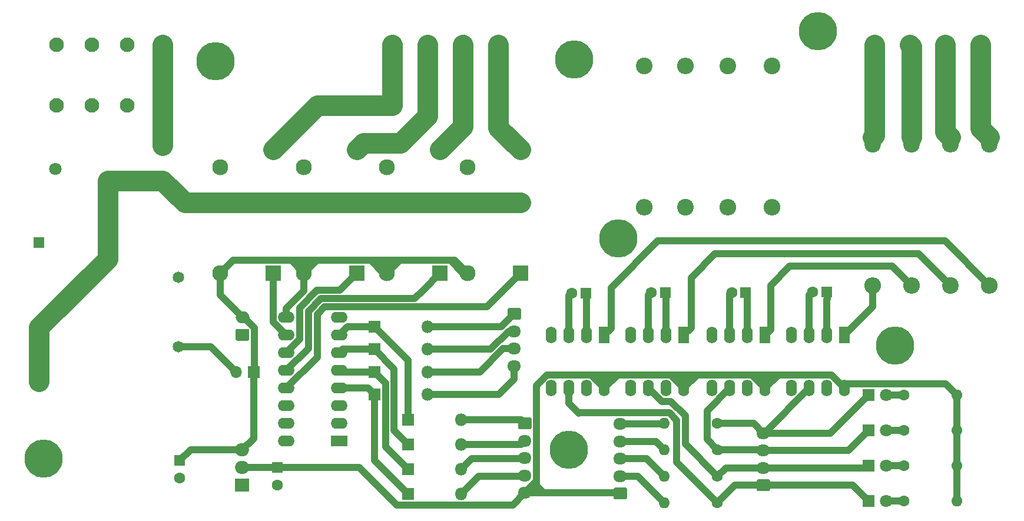
<source format=gtl>
G04 #@! TF.GenerationSoftware,KiCad,Pcbnew,(5.1.6)-1*
G04 #@! TF.CreationDate,2021-09-22T13:29:04+02:00*
G04 #@! TF.ProjectId,hamodule,68616d6f-6475-46c6-952e-6b696361645f,rev?*
G04 #@! TF.SameCoordinates,Original*
G04 #@! TF.FileFunction,Copper,L1,Top*
G04 #@! TF.FilePolarity,Positive*
%FSLAX46Y46*%
G04 Gerber Fmt 4.6, Leading zero omitted, Abs format (unit mm)*
G04 Created by KiCad (PCBNEW (5.1.6)-1) date 2021-09-22 13:29:04*
%MOMM*%
%LPD*%
G01*
G04 APERTURE LIST*
G04 #@! TA.AperFunction,ComponentPad*
%ADD10C,1.600000*%
G04 #@! TD*
G04 #@! TA.AperFunction,ComponentPad*
%ADD11R,1.600000X1.600000*%
G04 #@! TD*
G04 #@! TA.AperFunction,ComponentPad*
%ADD12O,1.700000X1.700000*%
G04 #@! TD*
G04 #@! TA.AperFunction,ComponentPad*
%ADD13R,1.700000X1.700000*%
G04 #@! TD*
G04 #@! TA.AperFunction,ComponentPad*
%ADD14C,5.500000*%
G04 #@! TD*
G04 #@! TA.AperFunction,ComponentPad*
%ADD15O,1.800000X1.800000*%
G04 #@! TD*
G04 #@! TA.AperFunction,ComponentPad*
%ADD16R,1.800000X1.800000*%
G04 #@! TD*
G04 #@! TA.AperFunction,ComponentPad*
%ADD17C,1.800000*%
G04 #@! TD*
G04 #@! TA.AperFunction,ComponentPad*
%ADD18C,2.100000*%
G04 #@! TD*
G04 #@! TA.AperFunction,ComponentPad*
%ADD19R,2.300000X2.300000*%
G04 #@! TD*
G04 #@! TA.AperFunction,ComponentPad*
%ADD20C,2.300000*%
G04 #@! TD*
G04 #@! TA.AperFunction,ComponentPad*
%ADD21O,2.400000X2.400000*%
G04 #@! TD*
G04 #@! TA.AperFunction,ComponentPad*
%ADD22C,2.400000*%
G04 #@! TD*
G04 #@! TA.AperFunction,ComponentPad*
%ADD23R,2.400000X1.600000*%
G04 #@! TD*
G04 #@! TA.AperFunction,ComponentPad*
%ADD24O,2.400000X1.600000*%
G04 #@! TD*
G04 #@! TA.AperFunction,ComponentPad*
%ADD25O,1.950000X1.700000*%
G04 #@! TD*
G04 #@! TA.AperFunction,ComponentPad*
%ADD26R,1.600000X2.400000*%
G04 #@! TD*
G04 #@! TA.AperFunction,ComponentPad*
%ADD27O,1.600000X2.400000*%
G04 #@! TD*
G04 #@! TA.AperFunction,ComponentPad*
%ADD28O,2.000000X1.905000*%
G04 #@! TD*
G04 #@! TA.AperFunction,ComponentPad*
%ADD29R,2.000000X1.905000*%
G04 #@! TD*
G04 #@! TA.AperFunction,ComponentPad*
%ADD30O,1.600000X1.600000*%
G04 #@! TD*
G04 #@! TA.AperFunction,ComponentPad*
%ADD31O,2.000000X1.700000*%
G04 #@! TD*
G04 #@! TA.AperFunction,ComponentPad*
%ADD32R,1.650000X1.650000*%
G04 #@! TD*
G04 #@! TA.AperFunction,ComponentPad*
%ADD33C,1.650000*%
G04 #@! TD*
G04 #@! TA.AperFunction,ComponentPad*
%ADD34C,2.000000*%
G04 #@! TD*
G04 #@! TA.AperFunction,Conductor*
%ADD35C,3.000000*%
G04 #@! TD*
G04 #@! TA.AperFunction,Conductor*
%ADD36C,1.000000*%
G04 #@! TD*
G04 APERTURE END LIST*
D10*
X137898120Y-54810660D03*
D11*
X139898120Y-54810660D03*
D10*
X126257300Y-54843680D03*
D11*
X128257300Y-54843680D03*
D10*
X114713000Y-54843680D03*
D11*
X116713000Y-54843680D03*
D10*
X103286560Y-54945280D03*
D11*
X105286560Y-54945280D03*
D12*
X54965600Y-66271140D03*
D13*
X57505600Y-66271140D03*
D14*
X109976920Y-47078900D03*
D10*
X60960000Y-82510000D03*
D11*
X60960000Y-80010000D03*
D10*
X46888400Y-81524480D03*
D11*
X46888400Y-79024480D03*
D15*
X87376000Y-83820000D03*
D16*
X79756000Y-83820000D03*
D15*
X87376000Y-80264000D03*
D16*
X79756000Y-80264000D03*
D15*
X87376000Y-76708000D03*
D16*
X79756000Y-76708000D03*
D15*
X87376000Y-73152000D03*
D16*
X79756000Y-73152000D03*
D15*
X82514000Y-59770000D03*
D16*
X74894000Y-59770000D03*
D15*
X82514000Y-63020000D03*
D16*
X74894000Y-63020000D03*
D15*
X82514000Y-66270000D03*
D16*
X74894000Y-66270000D03*
D15*
X82514000Y-69520000D03*
D16*
X74894000Y-69520000D03*
D17*
X36510000Y-38730000D03*
X29010000Y-37096670D03*
D18*
X44450000Y-27940000D03*
X44450000Y-19240000D03*
X39370000Y-27940000D03*
X39370000Y-19240000D03*
X34290000Y-27940000D03*
X34290000Y-19240000D03*
X29210000Y-27940000D03*
X29210000Y-19240000D03*
D14*
X52070000Y-21590000D03*
D19*
X84328000Y-52070000D03*
D20*
X84328000Y-41910000D03*
X84328000Y-34290000D03*
X76708000Y-36830000D03*
X76708000Y-52070000D03*
D21*
X132080000Y-42545000D03*
D22*
X132080000Y-22225000D03*
D21*
X125730000Y-42545000D03*
D22*
X125730000Y-22225000D03*
D23*
X69850000Y-76200000D03*
D24*
X62230000Y-58420000D03*
X69850000Y-73660000D03*
X62230000Y-60960000D03*
X69850000Y-71120000D03*
X62230000Y-63500000D03*
X69850000Y-68580000D03*
X62230000Y-66040000D03*
X69850000Y-66040000D03*
X62230000Y-68580000D03*
X69850000Y-63500000D03*
X62230000Y-71120000D03*
X69850000Y-60960000D03*
X62230000Y-73660000D03*
X69850000Y-58420000D03*
X62230000Y-76200000D03*
D25*
X94996000Y-65412000D03*
X94996000Y-62912000D03*
X94996000Y-60412000D03*
G04 #@! TA.AperFunction,ComponentPad*
G36*
G01*
X94271000Y-57062000D02*
X95721000Y-57062000D01*
G75*
G02*
X95971000Y-57312000I0J-250000D01*
G01*
X95971000Y-58512000D01*
G75*
G02*
X95721000Y-58762000I-250000J0D01*
G01*
X94271000Y-58762000D01*
G75*
G02*
X94021000Y-58512000I0J250000D01*
G01*
X94021000Y-57312000D01*
G75*
G02*
X94271000Y-57062000I250000J0D01*
G01*
G37*
G04 #@! TD.AperFunction*
X110236000Y-73740000D03*
X110236000Y-76240000D03*
X110236000Y-78740000D03*
X110236000Y-81240000D03*
G04 #@! TA.AperFunction,ComponentPad*
G36*
G01*
X110961000Y-84590000D02*
X109511000Y-84590000D01*
G75*
G02*
X109261000Y-84340000I0J250000D01*
G01*
X109261000Y-83140000D01*
G75*
G02*
X109511000Y-82890000I250000J0D01*
G01*
X110961000Y-82890000D01*
G75*
G02*
X111211000Y-83140000I0J-250000D01*
G01*
X111211000Y-84340000D01*
G75*
G02*
X110961000Y-84590000I-250000J0D01*
G01*
G37*
G04 #@! TD.AperFunction*
D26*
X119380000Y-60960000D03*
D27*
X111760000Y-68580000D03*
X116840000Y-60960000D03*
X114300000Y-68580000D03*
X114300000Y-60960000D03*
X116840000Y-68580000D03*
X111760000Y-60960000D03*
X119380000Y-68580000D03*
D26*
X142494000Y-60960000D03*
D27*
X134874000Y-68580000D03*
X139954000Y-60960000D03*
X137414000Y-68580000D03*
X137414000Y-60960000D03*
X139954000Y-68580000D03*
X134874000Y-60960000D03*
X142494000Y-68580000D03*
D26*
X131064000Y-60960000D03*
D27*
X123444000Y-68580000D03*
X128524000Y-60960000D03*
X125984000Y-68580000D03*
X125984000Y-60960000D03*
X128524000Y-68580000D03*
X123444000Y-60960000D03*
X131064000Y-68580000D03*
D26*
X107950000Y-60960000D03*
D27*
X100330000Y-68580000D03*
X105410000Y-60960000D03*
X102870000Y-68580000D03*
X102870000Y-60960000D03*
X105410000Y-68580000D03*
X100330000Y-60960000D03*
X107950000Y-68580000D03*
D28*
X55880000Y-77470000D03*
X55880000Y-80010000D03*
D29*
X55880000Y-82550000D03*
D30*
X158623000Y-84836000D03*
D10*
X151003000Y-84836000D03*
D30*
X158623000Y-79756000D03*
D10*
X151003000Y-79756000D03*
D30*
X158623000Y-74676000D03*
D10*
X151003000Y-74676000D03*
D30*
X116586000Y-85090000D03*
D10*
X124206000Y-85090000D03*
D30*
X116586000Y-81280000D03*
D10*
X124206000Y-81280000D03*
D30*
X116586000Y-77470000D03*
D10*
X124206000Y-77470000D03*
D30*
X116586000Y-73660000D03*
D10*
X124206000Y-73660000D03*
D30*
X158623000Y-69596000D03*
D10*
X151003000Y-69596000D03*
D25*
X96520000Y-83660000D03*
X96520000Y-81160000D03*
X96520000Y-78660000D03*
X96520000Y-76160000D03*
G04 #@! TA.AperFunction,ComponentPad*
G36*
G01*
X95795000Y-72810000D02*
X97245000Y-72810000D01*
G75*
G02*
X97495000Y-73060000I0J-250000D01*
G01*
X97495000Y-74260000D01*
G75*
G02*
X97245000Y-74510000I-250000J0D01*
G01*
X95795000Y-74510000D01*
G75*
G02*
X95545000Y-74260000I0J250000D01*
G01*
X95545000Y-73060000D01*
G75*
G02*
X95795000Y-72810000I250000J0D01*
G01*
G37*
G04 #@! TD.AperFunction*
D17*
X148463000Y-84836000D03*
D16*
X145923000Y-84836000D03*
D17*
X148463000Y-79756000D03*
D16*
X145923000Y-79756000D03*
D17*
X148463000Y-74676000D03*
D16*
X145923000Y-74676000D03*
D17*
X148463000Y-69596000D03*
D16*
X145923000Y-69596000D03*
D25*
X130810000Y-75050000D03*
X130810000Y-77550000D03*
X130810000Y-80050000D03*
G04 #@! TA.AperFunction,ComponentPad*
G36*
G01*
X131535000Y-83400000D02*
X130085000Y-83400000D01*
G75*
G02*
X129835000Y-83150000I0J250000D01*
G01*
X129835000Y-81950000D01*
G75*
G02*
X130085000Y-81700000I250000J0D01*
G01*
X131535000Y-81700000D01*
G75*
G02*
X131785000Y-81950000I0J-250000D01*
G01*
X131785000Y-83150000D01*
G75*
G02*
X131535000Y-83400000I-250000J0D01*
G01*
G37*
G04 #@! TD.AperFunction*
D31*
X55892700Y-58412380D03*
G04 #@! TA.AperFunction,ComponentPad*
G36*
G01*
X56642700Y-61762380D02*
X55142700Y-61762380D01*
G75*
G02*
X54892700Y-61512380I0J250000D01*
G01*
X54892700Y-60312380D01*
G75*
G02*
X55142700Y-60062380I250000J0D01*
G01*
X56642700Y-60062380D01*
G75*
G02*
X56892700Y-60312380I0J-250000D01*
G01*
X56892700Y-61512380D01*
G75*
G02*
X56642700Y-61762380I-250000J0D01*
G01*
G37*
G04 #@! TD.AperFunction*
D21*
X163322000Y-53848000D03*
D22*
X163322000Y-33528000D03*
D21*
X113665000Y-42545000D03*
D22*
X113665000Y-22225000D03*
D21*
X157734000Y-33528000D03*
D22*
X157734000Y-53848000D03*
D21*
X119634000Y-22225000D03*
D22*
X119634000Y-42545000D03*
D21*
X146558000Y-53848000D03*
D22*
X146558000Y-33528000D03*
D21*
X152146000Y-53848000D03*
D22*
X152146000Y-33528000D03*
D32*
X26670000Y-47625000D03*
D33*
X26670000Y-67625000D03*
X46670000Y-62625000D03*
X46670000Y-52625000D03*
D14*
X149720300Y-62489080D03*
X27305000Y-78740000D03*
X102870000Y-77470000D03*
X103632000Y-21336000D03*
X138684000Y-17272000D03*
D34*
X44450000Y-38735000D03*
X44450000Y-33655000D03*
D19*
X60325000Y-52070000D03*
D20*
X60325000Y-41910000D03*
X60325000Y-34290000D03*
X52705000Y-36830000D03*
X52705000Y-52070000D03*
D19*
X72390000Y-52070000D03*
D20*
X72390000Y-41910000D03*
X72390000Y-34290000D03*
X64770000Y-36830000D03*
X64770000Y-52070000D03*
D19*
X95885000Y-52070000D03*
D20*
X95885000Y-41910000D03*
X95885000Y-34290000D03*
X88265000Y-36830000D03*
X88265000Y-52070000D03*
D18*
X146812000Y-19240000D03*
X146812000Y-27940000D03*
X151892000Y-19240000D03*
X151892000Y-27940000D03*
X156972000Y-19240000D03*
X156972000Y-27940000D03*
X162052000Y-19240000D03*
X162052000Y-27940000D03*
X77470000Y-19240000D03*
X77470000Y-27940000D03*
X82550000Y-19240000D03*
X82550000Y-27940000D03*
X87630000Y-19240000D03*
X87630000Y-27940000D03*
X92710000Y-19240000D03*
X92710000Y-27940000D03*
D35*
X47625000Y-41910000D02*
X44450000Y-38735000D01*
X60325000Y-41910000D02*
X47625000Y-41910000D01*
X60325000Y-41910000D02*
X72390000Y-41910000D01*
X72390000Y-41910000D02*
X84328000Y-41910000D01*
X84328000Y-41910000D02*
X95885000Y-41910000D01*
X36515000Y-38735000D02*
X36510000Y-38730000D01*
X44450000Y-38735000D02*
X36515000Y-38735000D01*
X26670000Y-59891192D02*
X26670000Y-67625000D01*
X36510000Y-50051192D02*
X26670000Y-59891192D01*
X36510000Y-38730000D02*
X36510000Y-50051192D01*
D36*
X85779999Y-50219999D02*
X78050001Y-50219999D01*
X87630000Y-52070000D02*
X85779999Y-50219999D01*
X74349999Y-50219999D02*
X66620001Y-50219999D01*
X76200000Y-52070000D02*
X74349999Y-50219999D01*
X76200000Y-50800000D02*
X76780001Y-50219999D01*
X76780001Y-50219999D02*
X78050001Y-50219999D01*
X76200000Y-52070000D02*
X76200000Y-50800000D01*
X74349999Y-50219999D02*
X75619999Y-50219999D01*
X76200000Y-50800000D02*
X75619999Y-50219999D01*
X75619999Y-50219999D02*
X76780001Y-50219999D01*
X76200000Y-52070000D02*
X77470000Y-50800000D01*
X78050001Y-50219999D02*
X77470000Y-50800000D01*
X64770000Y-50800000D02*
X64189999Y-50219999D01*
X62919999Y-50219999D02*
X64189999Y-50219999D01*
X64770000Y-50800000D02*
X65350001Y-50219999D01*
X64189999Y-50219999D02*
X65350001Y-50219999D01*
X64770000Y-52070000D02*
X64770000Y-50800000D01*
X65350001Y-50219999D02*
X66620001Y-50219999D01*
X74857999Y-50219999D02*
X76708000Y-52070000D01*
X66620001Y-50219999D02*
X74857999Y-50219999D01*
X64770000Y-52070000D02*
X66620001Y-50219999D01*
X86414999Y-50219999D02*
X88265000Y-52070000D01*
X78558001Y-50219999D02*
X86414999Y-50219999D01*
X76708000Y-52070000D02*
X78558001Y-50219999D01*
X62919999Y-50219999D02*
X64770000Y-52070000D01*
X54555001Y-50219999D02*
X62919999Y-50219999D01*
X52705000Y-52070000D02*
X54555001Y-50219999D01*
X64770000Y-54610000D02*
X64770000Y-52070000D01*
X62230000Y-58420000D02*
X62230000Y-57150000D01*
X62230000Y-57150000D02*
X64770000Y-54610000D01*
X52705000Y-55224680D02*
X55892700Y-58412380D01*
X52705000Y-52070000D02*
X52705000Y-55224680D01*
X48442880Y-77470000D02*
X46888400Y-79024480D01*
X55880000Y-77470000D02*
X48442880Y-77470000D01*
X57592710Y-66184030D02*
X57505600Y-66271140D01*
X57592710Y-59918870D02*
X57592710Y-66184030D01*
X56086220Y-58412380D02*
X57592710Y-59918870D01*
X55892700Y-58412380D02*
X56086220Y-58412380D01*
X57505600Y-75844400D02*
X55880000Y-77470000D01*
X57505600Y-66271140D02*
X57505600Y-75844400D01*
X158623000Y-79756000D02*
X158623000Y-69596000D01*
X158623000Y-79756000D02*
X158623000Y-84836000D01*
X132964010Y-66679990D02*
X131064000Y-68580000D01*
X140593990Y-66679990D02*
X132964010Y-66679990D01*
X109850010Y-66679990D02*
X107950000Y-68580000D01*
X117461324Y-66679990D02*
X109850010Y-66679990D01*
X119361334Y-68580000D02*
X117461324Y-66679990D01*
X119380000Y-68580000D02*
X119361334Y-68580000D01*
X157022999Y-67995999D02*
X158623000Y-69596000D01*
X143078001Y-67995999D02*
X157022999Y-67995999D01*
X142494000Y-68580000D02*
X143078001Y-67995999D01*
X129163990Y-66679990D02*
X121280010Y-66679990D01*
X121280010Y-66679990D02*
X119380000Y-68580000D01*
X131064000Y-68580000D02*
X129163990Y-66679990D01*
X98195010Y-81984990D02*
X96520000Y-83660000D01*
X98195010Y-68193656D02*
X98195010Y-81984990D01*
X99708676Y-66679990D02*
X98195010Y-68193656D01*
X106049990Y-66679990D02*
X99708676Y-66679990D01*
X107950000Y-68580000D02*
X106049990Y-66679990D01*
X110156000Y-83660000D02*
X110236000Y-83740000D01*
X140593990Y-66679990D02*
X142494000Y-68580000D01*
X107950000Y-67319980D02*
X107310010Y-66679990D01*
X107950000Y-68580000D02*
X107950000Y-67319980D01*
X106049990Y-66679990D02*
X107310010Y-66679990D01*
X107950000Y-67310000D02*
X108580010Y-66679990D01*
X107950000Y-68580000D02*
X107950000Y-67310000D01*
X107310010Y-66679990D02*
X108580010Y-66679990D01*
X119380000Y-67319980D02*
X118740010Y-66679990D01*
X108580010Y-66679990D02*
X118740010Y-66679990D01*
X119380000Y-67319980D02*
X120019990Y-66679990D01*
X119380000Y-68580000D02*
X119380000Y-67319980D01*
X118740010Y-66679990D02*
X120019990Y-66679990D01*
X131064000Y-67564000D02*
X130179990Y-66679990D01*
X131064000Y-68580000D02*
X131064000Y-67564000D01*
X120019990Y-66679990D02*
X130179990Y-66679990D01*
X131064000Y-68326000D02*
X132080000Y-67310000D01*
X131064000Y-68326000D02*
X131064000Y-68580000D01*
X131064000Y-67065980D02*
X131449990Y-66679990D01*
X131064000Y-68580000D02*
X131064000Y-67065980D01*
X130179990Y-66679990D02*
X131449990Y-66679990D01*
X131449990Y-66679990D02*
X140593990Y-66679990D01*
X98195010Y-82635010D02*
X99220000Y-83660000D01*
X98195010Y-81984990D02*
X98195010Y-82635010D01*
X96520000Y-83660000D02*
X99220000Y-83660000D01*
X99220000Y-83660000D02*
X110156000Y-83660000D01*
X97170020Y-83660000D02*
X98195010Y-82635010D01*
X96520000Y-83660000D02*
X97170020Y-83660000D01*
X55880000Y-80010000D02*
X60960000Y-80010000D01*
X94759999Y-85420001D02*
X96520000Y-83660000D01*
X72695198Y-80010000D02*
X78105199Y-85420001D01*
X60960000Y-80010000D02*
X72695198Y-80010000D01*
X78105199Y-85420001D02*
X94759999Y-85420001D01*
D35*
X163322000Y-32512000D02*
X162052000Y-31242000D01*
X162052000Y-31242000D02*
X162052000Y-19240000D01*
X156972000Y-31750000D02*
X157734000Y-32512000D01*
X156972000Y-19240000D02*
X156972000Y-31750000D01*
X146812000Y-32258000D02*
X146558000Y-32512000D01*
X146812000Y-19240000D02*
X146812000Y-32258000D01*
X152146000Y-19494000D02*
X151892000Y-19240000D01*
X152146000Y-32512000D02*
X152146000Y-19494000D01*
X92710000Y-27940000D02*
X92710000Y-19240000D01*
X92710000Y-31115000D02*
X95885000Y-34290000D01*
X92710000Y-27940000D02*
X92710000Y-31115000D01*
X87630000Y-27940000D02*
X87630000Y-19240000D01*
X87630000Y-30988000D02*
X84328000Y-34290000D01*
X87630000Y-27940000D02*
X87630000Y-30988000D01*
X82550000Y-27940000D02*
X82550000Y-19240000D01*
X73300001Y-33379999D02*
X72390000Y-34290000D01*
X78594925Y-33379999D02*
X73300001Y-33379999D01*
X82550000Y-29424924D02*
X78594925Y-33379999D01*
X82550000Y-27940000D02*
X82550000Y-29424924D01*
X77470000Y-27940000D02*
X77470000Y-19240000D01*
X66675000Y-27940000D02*
X60325000Y-34290000D01*
X77470000Y-27940000D02*
X66675000Y-27940000D01*
D36*
X102870000Y-55261839D02*
X103186559Y-54945280D01*
X102870000Y-60960000D02*
X102870000Y-55261839D01*
X105410000Y-54968719D02*
X105386561Y-54945280D01*
X105410000Y-60960000D02*
X105410000Y-54968719D01*
X114300000Y-55156679D02*
X114612999Y-54843680D01*
X114300000Y-60960000D02*
X114300000Y-55156679D01*
X116840000Y-54870679D02*
X116813001Y-54843680D01*
X116840000Y-60960000D02*
X116840000Y-54870679D01*
X125984000Y-55016979D02*
X126157299Y-54843680D01*
X125984000Y-60960000D02*
X125984000Y-55016979D01*
X128524000Y-55010379D02*
X128357301Y-54843680D01*
X128524000Y-60960000D02*
X128524000Y-55010379D01*
X137414000Y-55194779D02*
X137798119Y-54810660D01*
X137414000Y-60960000D02*
X137414000Y-55194779D01*
X139998121Y-55818661D02*
X139998121Y-54810660D01*
X139954000Y-60960000D02*
X139954000Y-55862782D01*
X139954000Y-55862782D02*
X139998121Y-55818661D01*
X60329990Y-59059990D02*
X62230000Y-60960000D01*
X60329990Y-52700010D02*
X60329990Y-59059990D01*
X60960000Y-52070000D02*
X60329990Y-52700010D01*
X62230000Y-63500000D02*
X62230000Y-63481334D01*
X62230000Y-63481334D02*
X64130010Y-61581324D01*
X64130010Y-61581324D02*
X64130010Y-57018010D01*
X64130010Y-57018010D02*
X66628049Y-54519971D01*
X72390000Y-52070000D02*
X69940029Y-54519971D01*
X66628049Y-54519971D02*
X69940029Y-54519971D01*
X62230000Y-66040000D02*
X65385555Y-62884445D01*
X80678021Y-55719979D02*
X81915000Y-54483000D01*
X65385555Y-57550445D02*
X67216021Y-55719979D01*
X67216021Y-55719979D02*
X80678021Y-55719979D01*
X65385555Y-62884445D02*
X65385555Y-57550445D01*
X84328000Y-52070000D02*
X81915000Y-54483000D01*
X67713081Y-56919989D02*
X91035011Y-56919989D01*
X66653318Y-57979752D02*
X67713081Y-56919989D01*
X91035011Y-56919989D02*
X95885000Y-52070000D01*
X66653318Y-64156682D02*
X66653318Y-57979752D01*
X62230000Y-68580000D02*
X66653318Y-64156682D01*
D35*
X44450000Y-19240000D02*
X44450000Y-27940000D01*
X44450000Y-27940000D02*
X44450000Y-30480000D01*
X44450000Y-33655000D02*
X44450000Y-27940000D01*
D36*
X140469000Y-75050000D02*
X145923000Y-69596000D01*
X130810000Y-75050000D02*
X140469000Y-75050000D01*
X130944000Y-75050000D02*
X130810000Y-75050000D01*
X137414000Y-68580000D02*
X130944000Y-75050000D01*
X129420000Y-73660000D02*
X130810000Y-75050000D01*
X124206000Y-73660000D02*
X129420000Y-73660000D01*
X143049000Y-77550000D02*
X145923000Y-74676000D01*
X130810000Y-77550000D02*
X143049000Y-77550000D01*
X124460000Y-77724000D02*
X124206000Y-77470000D01*
X122705999Y-71858001D02*
X125984000Y-68580000D01*
X122705999Y-75969999D02*
X122705999Y-71858001D01*
X124206000Y-77470000D02*
X122705999Y-75969999D01*
X130730000Y-77470000D02*
X130810000Y-77550000D01*
X124206000Y-77470000D02*
X130730000Y-77470000D01*
X145883000Y-79796000D02*
X145923000Y-79756000D01*
X145629000Y-80050000D02*
X145923000Y-79756000D01*
X130810000Y-80050000D02*
X145629000Y-80050000D01*
X116200010Y-70480010D02*
X114300000Y-68580000D01*
X117461324Y-70480010D02*
X116200010Y-70480010D01*
X119564010Y-72582696D02*
X117461324Y-70480010D01*
X119564010Y-76638010D02*
X119564010Y-72582696D01*
X124206000Y-81280000D02*
X119564010Y-76638010D01*
X125436000Y-80050000D02*
X130810000Y-80050000D01*
X124206000Y-81280000D02*
X125436000Y-80050000D01*
X143637000Y-82550000D02*
X145923000Y-84836000D01*
X130810000Y-82550000D02*
X143637000Y-82550000D01*
X102870000Y-70780000D02*
X104279990Y-72189990D01*
X102870000Y-68580000D02*
X102870000Y-70780000D01*
X117306001Y-72159999D02*
X118364000Y-73217998D01*
X104279990Y-72189990D02*
X104309981Y-72159999D01*
X104309981Y-72159999D02*
X117306001Y-72159999D01*
X118364000Y-79248000D02*
X124206000Y-85090000D01*
X118364000Y-73217998D02*
X118364000Y-79248000D01*
X126746000Y-82550000D02*
X124206000Y-85090000D01*
X130810000Y-82550000D02*
X126746000Y-82550000D01*
X73954000Y-68580000D02*
X74894000Y-69520000D01*
X69850000Y-68580000D02*
X73954000Y-68580000D01*
X74894000Y-78958000D02*
X79756000Y-83820000D01*
X74894000Y-69520000D02*
X74894000Y-78958000D01*
X76494001Y-67870001D02*
X74894000Y-66270000D01*
X76494001Y-77002001D02*
X76494001Y-67870001D01*
X79756000Y-80264000D02*
X76494001Y-77002001D01*
X70080000Y-66270000D02*
X69850000Y-66040000D01*
X74894000Y-66270000D02*
X70080000Y-66270000D01*
X77694011Y-65820011D02*
X74894000Y-63020000D01*
X77694011Y-74646011D02*
X77694011Y-65820011D01*
X79756000Y-76708000D02*
X77694011Y-74646011D01*
X70330000Y-63020000D02*
X69850000Y-63500000D01*
X74894000Y-63020000D02*
X70330000Y-63020000D01*
X79756000Y-64632000D02*
X74894000Y-59770000D01*
X79756000Y-73152000D02*
X79756000Y-64632000D01*
X71040000Y-59770000D02*
X69850000Y-60960000D01*
X74894000Y-59770000D02*
X71040000Y-59770000D01*
X116506000Y-73740000D02*
X116586000Y-73660000D01*
X110236000Y-73740000D02*
X116506000Y-73740000D01*
X115356000Y-76240000D02*
X116586000Y-77470000D01*
X110236000Y-76240000D02*
X115356000Y-76240000D01*
X114046000Y-78740000D02*
X116586000Y-81280000D01*
X110236000Y-78740000D02*
X114046000Y-78740000D01*
X112736000Y-81240000D02*
X110236000Y-81240000D01*
X116586000Y-85090000D02*
X112736000Y-81240000D01*
X108900001Y-60009999D02*
X107950000Y-60960000D01*
X108900001Y-54145997D02*
X108900001Y-60009999D01*
X115606019Y-47439979D02*
X108900001Y-54145997D01*
X156913979Y-47439979D02*
X115606019Y-47439979D01*
X163322000Y-53848000D02*
X156913979Y-47439979D01*
X148463000Y-84836000D02*
X151003000Y-84836000D01*
X148463000Y-79756000D02*
X151003000Y-79756000D01*
X148463000Y-74676000D02*
X151003000Y-74676000D01*
X148463000Y-69596000D02*
X151003000Y-69596000D01*
X146558000Y-56896000D02*
X142494000Y-60960000D01*
X146558000Y-53848000D02*
X146558000Y-56896000D01*
X120410001Y-59929999D02*
X119380000Y-60960000D01*
X120410001Y-52701159D02*
X120410001Y-59929999D01*
X123871171Y-49239989D02*
X120410001Y-52701159D01*
X153125989Y-49239989D02*
X123871171Y-49239989D01*
X157734000Y-53848000D02*
X153125989Y-49239989D01*
X134611999Y-51039999D02*
X131840001Y-53811997D01*
X149337999Y-51039999D02*
X134611999Y-51039999D01*
X131840001Y-60183999D02*
X131064000Y-60960000D01*
X131840001Y-53811997D02*
X131840001Y-60183999D01*
X152146000Y-53848000D02*
X149337999Y-51039999D01*
X92738000Y-69520000D02*
X82514000Y-69520000D01*
X94996000Y-67262000D02*
X92738000Y-69520000D01*
X94996000Y-65412000D02*
X94996000Y-67262000D01*
X90032140Y-66270000D02*
X82514000Y-66270000D01*
X93390140Y-62912000D02*
X90032140Y-66270000D01*
X94996000Y-62912000D02*
X93390140Y-62912000D01*
X91585070Y-63020000D02*
X82514000Y-63020000D01*
X94193070Y-60412000D02*
X91585070Y-63020000D01*
X94996000Y-60412000D02*
X94193070Y-60412000D01*
X93138000Y-59770000D02*
X82514000Y-59770000D01*
X94996000Y-57912000D02*
X93138000Y-59770000D01*
X96012000Y-73152000D02*
X96520000Y-73660000D01*
X87376000Y-73152000D02*
X96012000Y-73152000D01*
X95972000Y-76708000D02*
X96520000Y-76160000D01*
X87376000Y-76708000D02*
X95972000Y-76708000D01*
X87376000Y-80264000D02*
X88900000Y-78740000D01*
X96440000Y-78740000D02*
X96520000Y-78660000D01*
X88900000Y-78740000D02*
X96440000Y-78740000D01*
X87376000Y-83820000D02*
X89916000Y-81280000D01*
X96400000Y-81280000D02*
X96520000Y-81160000D01*
X89916000Y-81280000D02*
X96400000Y-81280000D01*
X51319460Y-62625000D02*
X54965600Y-66271140D01*
X46670000Y-62625000D02*
X51319460Y-62625000D01*
M02*

</source>
